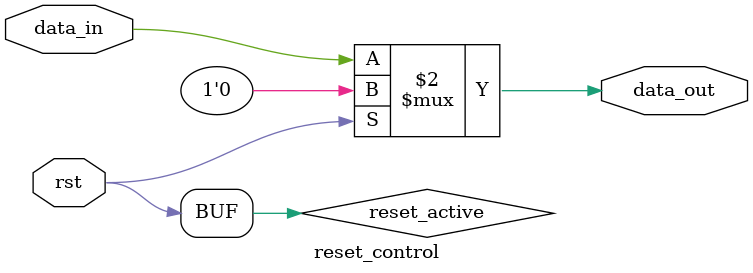
<source format=sv>
module and_gate_reset (
    input  wire clk,      // Clock signal (added for pipelining)
    input  wire a,        // Input A
    input  wire b,        // Input B
    input  wire rst,      // Reset signal
    output wire y         // Output Y
);
    // Pipeline stage signals
    reg  stage1_a, stage1_b;       // Stage 1 registered inputs
    wire stage1_and_result;        // Stage 1 AND result
    reg  stage2_and_result;        // Stage 2 registered AND result
    wire stage2_reset_out;         // Stage 2 reset control output

    // Stage 1: Input Registration and AND Operation
    always @(posedge clk or posedge rst) begin
        if (rst) begin
            stage1_a <= 1'b0;
            stage1_b <= 1'b0;
        end else begin
            stage1_a <= a;
            stage1_b <= b;
        end
    end

    // Instantiate logical operation submodule with registered inputs
    and_operation and_op_inst (
        .a(stage1_a),
        .b(stage1_b),
        .result(stage1_and_result)
    );
    
    // Stage 2: Register the AND result
    always @(posedge clk or posedge rst) begin
        if (rst) begin
            stage2_and_result <= 1'b0;
        end else begin
            stage2_and_result <= stage1_and_result;
        end
    end
    
    // Instantiate reset control submodule with registered AND result
    reset_control rst_ctrl_inst (
        .data_in(stage2_and_result),
        .rst(rst),
        .data_out(stage2_reset_out)
    );
    
    // Output assignment (could be registered for an additional pipeline stage if needed)
    assign y = stage2_reset_out;
    
endmodule

// Submodule: AND logical operation - optimized for timing
module and_operation (
    input  wire a,          // Input A
    input  wire b,          // Input B
    output wire result      // AND result
);
    // Parameter for potential customization
    parameter ENABLE = 1'b1;
    
    // Efficient implementation with enable control
    assign result = ENABLE ? (a & b) : 1'b0;
endmodule

// Submodule: Reset control logic - enhanced for better timing closure
module reset_control (
    input  wire data_in,    // Input data
    input  wire rst,        // Reset signal
    output wire data_out    // Output data with reset control applied
);
    // Parameter for reset polarity
    parameter RESET_ACTIVE_HIGH = 1'b1;
    
    // Optimized reset implementation for better timing
    wire reset_active;
    
    // Determine if reset is active based on polarity parameter
    assign reset_active = (rst == RESET_ACTIVE_HIGH);
    
    // Apply reset control to data path
    assign data_out = reset_active ? 1'b0 : data_in;
endmodule
</source>
